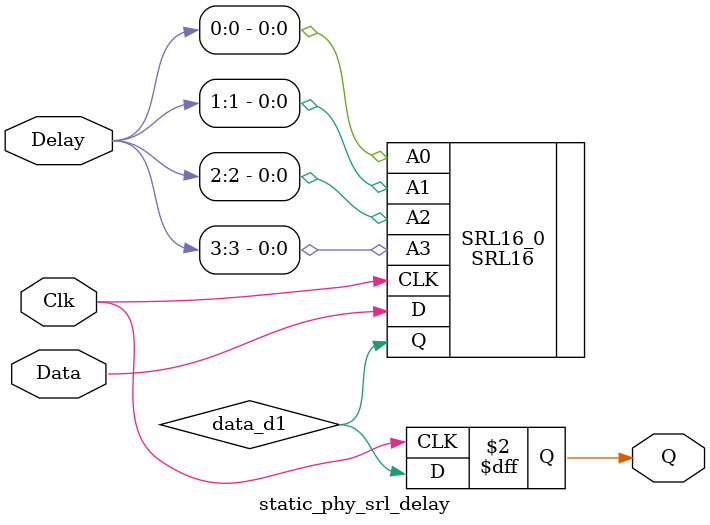
<source format=v>

`timescale 1ns/1ps

module static_phy_srl_delay
  (
   input  wire       Clk,
   input  wire       Data,
   input  wire [3:0] Delay,
   output reg        Q // Q is registerd, so Data will be delayed by Delay + 1.
   );
   
   wire        data_d1;

   SRL16 
     SRL16_0
       (
        .CLK (Clk),
        .A0  (Delay[0]),
        .A1  (Delay[1]),
        .A2  (Delay[2]),
        .A3  (Delay[3]),
        .D   (Data),
        .Q   (data_d1)
        );
   always @(posedge Clk) Q <= data_d1;
   
endmodule // static_phy_srl_delay


</source>
